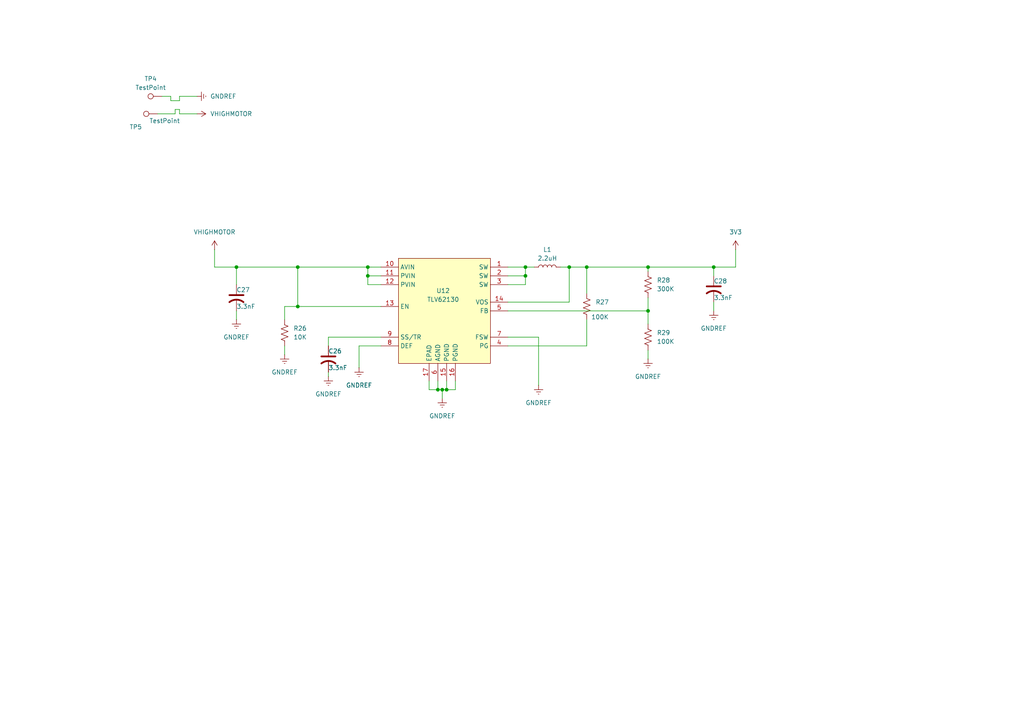
<source format=kicad_sch>
(kicad_sch (version 20250114) (generator "eeschema") (generator_version "9.0")
  (paper "A4")
  (lib_symbols
    (symbol "Connector:TestPoint" (pin_numbers (hide yes)) (pin_names (offset 0.762) (hide yes))
      (property "Reference" "TP" (at 0 6.858 0))
      (property "Value" "TestPoint" (at 0 5.08 0))
      (symbol "TestPoint_0_1"
        (circle (center 0 3.302) (radius 0.762))
      )
      (symbol "TestPoint_1_1"
        (pin passive line (at 0 0 90) (length 2.54) (name "1") (number "1"))
      )
    )
    (symbol "Device:C_US" (pin_numbers (hide yes)) (pin_names (offset 0.254) (hide yes))
      (property "Reference" "C" (at 0.635 2.54 0))
      (property "Value" "C_US" (at 0.635 -2.54 0))
      (symbol "C_US_0_1"
        (polyline (pts (xy -2.032 0.762) (xy 2.032 0.762)) (stroke (width 0.508)))
        (arc (start -2.032 -1.27) (mid 0 -0.5572) (end 2.032 -1.27) (stroke (width 0.508)))
      )
      (symbol "C_US_1_1"
        (pin passive line (at 0 3.81 270) (length 2.794) (name "~") (number "1"))
        (pin passive line (at 0 -3.81 90) (length 3.302) (name "~") (number "2"))
      )
    )
    (symbol "Device:L" (pin_numbers (hide yes)) (pin_names (offset 1.016) (hide yes))
      (property "Reference" "L" (at -1.27 0 90))
      (property "Value" "L" (at 1.905 0 90))
      (symbol "L_0_1"
        (arc (start 0 2.54) (mid 0.6323 1.905) (end 0 1.27))
        (arc (start 0 1.27) (mid 0.6323 0.635) (end 0 0))
        (arc (start 0 0) (mid 0.6323 -0.635) (end 0 -1.27))
        (arc (start 0 -1.27) (mid 0.6323 -1.905) (end 0 -2.54))
      )
      (symbol "L_1_1"
        (pin passive line (at 0 3.81 270) (length 1.27) (name "1") (number "1"))
        (pin passive line (at 0 -3.81 90) (length 1.27) (name "2") (number "2"))
      )
    )
    (symbol "Device:R_US" (pin_numbers (hide yes)) (pin_names (offset 0))
      (property "Reference" "R" (at 2.54 0 90))
      (property "Value" "R_US" (at -2.54 0 90))
      (symbol "R_US_0_1"
        (polyline (pts (xy 0 2.286) (xy 0 2.54)))
        (polyline (pts (xy 0 2.286) (xy 1.016 1.905) (xy 0 1.524) (xy -1.016 1.143) (xy 0 0.762)))
        (polyline (pts (xy 0 0.762) (xy 1.016 0.381) (xy 0 0) (xy -1.016 -0.381) (xy 0 -0.762)))
        (polyline (pts (xy 0 -0.762) (xy 1.016 -1.143) (xy 0 -1.524) (xy -1.016 -1.905) (xy 0 -2.286)))
        (polyline (pts (xy 0 -2.286) (xy 0 -2.54)))
      )
      (symbol "R_US_1_1"
        (pin passive line (at 0 3.81 270) (length 1.27) (name "~") (number "1"))
        (pin passive line (at 0 -3.81 90) (length 1.27) (name "~") (number "2"))
      )
    )
    (symbol "droneUltimate:TLV62130"
      (property "Reference" "U" (at 0 0 0))
      (property "Value" "TLV62130" (at 0 -2.54 0))
      (symbol "TLV62130_1_1"
        (rectangle (start -13.97 8.89) (end 12.7 -21.59) (fill (type background)))
        (pin input line (at -19.05 6.35 0) (length 5.08) (name "AVIN") (number "10"))
        (pin input line (at -19.05 3.81 0) (length 5.08) (name "PVIN") (number "11"))
        (pin input line (at -19.05 1.27 0) (length 5.08) (name "PVIN") (number "12"))
        (pin input line (at -19.05 -5.08 0) (length 5.08) (name "EN") (number "13"))
        (pin input line (at -19.05 -13.97 0) (length 5.08) (name "SS/TR") (number "9"))
        (pin input line (at -19.05 -16.51 0) (length 5.08) (name "DEF") (number "8"))
        (pin input line (at -5.08 -26.67 90) (length 5.08) (name "EPAD") (number "17"))
        (pin input line (at -2.54 -26.67 90) (length 5.08) (name "AGND") (number "6"))
        (pin input line (at 0 -26.67 90) (length 5.08) (name "PGND") (number "15"))
        (pin input line (at 2.54 -26.67 90) (length 5.08) (name "PGND") (number "16"))
        (pin input line (at 17.78 6.35 180) (length 5.08) (name "SW") (number "1"))
        (pin input line (at 17.78 3.81 180) (length 5.08) (name "SW") (number "2"))
        (pin input line (at 17.78 1.27 180) (length 5.08) (name "SW") (number "3"))
        (pin input line (at 17.78 -3.81 180) (length 5.08) (name "VOS") (number "14"))
        (pin input line (at 17.78 -6.35 180) (length 5.08) (name "FB") (number "5"))
        (pin input line (at 17.78 -13.97 180) (length 5.08) (name "FSW") (number "7"))
        (pin input line (at 17.78 -16.51 180) (length 5.08) (name "PG") (number "4"))
      )
    )
    (symbol "power:GNDREF" (power) (pin_numbers (hide yes)) (pin_names (offset 0) (hide yes))
      (property "Value" "GNDREF" (at 0 -3.81 0))
      (symbol "GNDREF_0_1"
        (polyline (pts (xy -0.635 -1.905) (xy 0.635 -1.905)))
        (polyline (pts (xy -0.127 -2.54) (xy 0.127 -2.54)))
        (polyline (pts (xy 0 -1.27) (xy 0 0)))
        (polyline (pts (xy 1.27 -1.27) (xy -1.27 -1.27)))
      )
      (symbol "GNDREF_1_1"
        (pin power_in line (at 0 0 270) (length 0) (name "~") (number "1"))
      )
    )
    (symbol "power:VCC" (power) (pin_numbers (hide yes)) (pin_names (offset 0) (hide yes))
      (property "Value" "VCC" (at 0 3.556 0))
      (symbol "VCC_0_1"
        (polyline (pts (xy -0.762 1.27) (xy 0 2.54)))
        (polyline (pts (xy 0 2.54) (xy 0.762 1.27)))
        (polyline (pts (xy 0 0) (xy 0 2.54)))
      )
      (symbol "VCC_1_1"
        (pin power_in line (at 0 0 90) (length 0) (name "~") (number "1"))
      )
    )
  )
  (junction (at 106.68 80.01))
  (junction (at 86.36 77.47))
  (junction (at 207.01 77.47))
  (junction (at 86.36 88.9))
  (junction (at 187.96 90.17))
  (junction (at 152.4 77.47))
  (junction (at 165.1 77.47))
  (junction (at 170.18 77.47))
  (junction (at 187.96 77.47))
  (junction (at 106.68 77.47))
  (junction (at 127 113.03))
  (junction (at 68.58 77.47))
  (junction (at 152.4 80.01))
  (junction (at 128.27 113.03))
  (junction (at 129.54 113.03))
  (wire (pts (xy 187.96 77.47) (xy 207.01 77.47)))
  (wire (pts (xy 106.68 80.01) (xy 106.68 82.55)))
  (wire (pts (xy 57.15 33.02) (xy 52.07 33.02)))
  (wire (pts (xy 128.27 113.03) (xy 129.54 113.03)))
  (wire (pts (xy 147.32 100.33) (xy 170.18 100.33)))
  (wire (pts (xy 152.4 80.01) (xy 152.4 77.47)))
  (wire (pts (xy 104.14 100.33) (xy 104.14 106.68)))
  (wire (pts (xy 104.14 100.33) (xy 110.49 100.33)))
  (wire (pts (xy 86.36 77.47) (xy 86.36 88.9)))
  (wire (pts (xy 52.07 27.94) (xy 52.07 29.21)))
  (wire (pts (xy 147.32 90.17) (xy 187.96 90.17)))
  (wire (pts (xy 127 110.49) (xy 127 113.03)))
  (wire (pts (xy 68.58 82.55) (xy 68.58 77.47)))
  (wire (pts (xy 86.36 88.9) (xy 110.49 88.9)))
  (wire (pts (xy 187.96 90.17) (xy 187.96 93.98)))
  (wire (pts (xy 49.53 27.94) (xy 49.53 29.21)))
  (wire (pts (xy 49.53 29.21) (xy 52.07 29.21)))
  (wire (pts (xy 187.96 101.6) (xy 187.96 104.14)))
  (wire (pts (xy 147.32 87.63) (xy 165.1 87.63)))
  (wire (pts (xy 50.8 33.02) (xy 50.8 31.75)))
  (wire (pts (xy 165.1 87.63) (xy 165.1 77.47)))
  (wire (pts (xy 213.36 77.47) (xy 207.01 77.47)))
  (wire (pts (xy 147.32 80.01) (xy 152.4 80.01)))
  (wire (pts (xy 86.36 77.47) (xy 106.68 77.47)))
  (wire (pts (xy 124.46 113.03) (xy 127 113.03)))
  (wire (pts (xy 152.4 77.47) (xy 147.32 77.47)))
  (wire (pts (xy 82.55 92.71) (xy 82.55 88.9)))
  (wire (pts (xy 156.21 97.79) (xy 156.21 111.76)))
  (wire (pts (xy 170.18 77.47) (xy 187.96 77.47)))
  (wire (pts (xy 68.58 90.17) (xy 68.58 92.71)))
  (wire (pts (xy 152.4 82.55) (xy 152.4 80.01)))
  (wire (pts (xy 165.1 77.47) (xy 162.56 77.47)))
  (wire (pts (xy 207.01 80.01) (xy 207.01 77.47)))
  (wire (pts (xy 129.54 113.03) (xy 132.08 113.03)))
  (wire (pts (xy 95.25 107.95) (xy 95.25 109.22)))
  (wire (pts (xy 82.55 100.33) (xy 82.55 102.87)))
  (wire (pts (xy 124.46 110.49) (xy 124.46 113.03)))
  (wire (pts (xy 46.99 27.94) (xy 49.53 27.94)))
  (wire (pts (xy 147.32 97.79) (xy 156.21 97.79)))
  (wire (pts (xy 127 113.03) (xy 128.27 113.03)))
  (wire (pts (xy 106.68 77.47) (xy 106.68 80.01)))
  (wire (pts (xy 187.96 78.74) (xy 187.96 77.47)))
  (wire (pts (xy 110.49 82.55) (xy 106.68 82.55)))
  (wire (pts (xy 152.4 77.47) (xy 154.94 77.47)))
  (wire (pts (xy 207.01 87.63) (xy 207.01 90.17)))
  (wire (pts (xy 129.54 110.49) (xy 129.54 113.03)))
  (wire (pts (xy 132.08 113.03) (xy 132.08 110.49)))
  (wire (pts (xy 62.23 72.39) (xy 62.23 77.47)))
  (wire (pts (xy 50.8 31.75) (xy 52.07 31.75)))
  (wire (pts (xy 106.68 77.47) (xy 110.49 77.47)))
  (wire (pts (xy 128.27 115.57) (xy 128.27 113.03)))
  (wire (pts (xy 213.36 72.39) (xy 213.36 77.47)))
  (wire (pts (xy 187.96 86.36) (xy 187.96 90.17)))
  (wire (pts (xy 170.18 77.47) (xy 165.1 77.47)))
  (wire (pts (xy 57.15 27.94) (xy 52.07 27.94)))
  (wire (pts (xy 68.58 77.47) (xy 86.36 77.47)))
  (wire (pts (xy 95.25 97.79) (xy 110.49 97.79)))
  (wire (pts (xy 62.23 77.47) (xy 68.58 77.47)))
  (wire (pts (xy 52.07 33.02) (xy 52.07 31.75)))
  (wire (pts (xy 110.49 80.01) (xy 106.68 80.01)))
  (wire (pts (xy 147.32 82.55) (xy 152.4 82.55)))
  (wire (pts (xy 170.18 92.71) (xy 170.18 100.33)))
  (wire (pts (xy 82.55 88.9) (xy 86.36 88.9)))
  (wire (pts (xy 45.72 33.02) (xy 50.8 33.02)))
  (wire (pts (xy 95.25 100.33) (xy 95.25 97.79)))
  (wire (pts (xy 170.18 77.47) (xy 170.18 85.09)))
  (symbol (lib_id "power:GNDREF") (at 82.55 102.87 0) (unit 1)
    (property "Reference" "#PWR048" (effects (hide yes)))
    (property "Value" "GNDREF" (at 82.55 107.95 0))
    (property "Description" "Power symbol creates a global label with name \"GNDREF\" , reference supply ground" (effects (hide yes)))
  )
  (symbol (lib_id "power:GNDREF") (at 95.25 109.22 0) (unit 1)
    (property "Reference" "#PWR046" (effects (hide yes)))
    (property "Value" "GNDREF" (at 95.25 114.3 0))
    (property "Description" "Power symbol creates a global label with name \"GNDREF\" , reference supply ground" (effects (hide yes)))
  )
  (symbol (lib_id "Device:R_US") (at 170.18 88.9 0) (unit 1)
    (property "Reference" "R27" (at 172.72 87.6299 0) (effects (justify left)))
    (property "Value" "100K" (at 171.45 91.948 0) (effects (justify left)))
    (property "Footprint" "Resistor_SMD:R_0402_1005Metric" (effects (hide yes)))
    (property "Description" "Resistor, US symbol" (effects (hide yes)))
    (property "LCSC Part #" "C60491" (effects (hide yes)))
  )
  (symbol (lib_id "power:GNDREF") (at 128.27 115.57 0) (unit 1)
    (property "Reference" "#PWR042" (effects (hide yes)))
    (property "Value" "GNDREF" (at 128.27 120.65 0))
    (property "Description" "Power symbol creates a global label with name \"GNDREF\" , reference supply ground" (effects (hide yes)))
  )
  (symbol (lib_id "Device:L") (at 158.75 77.47 90) (unit 1)
    (property "Reference" "L1" (at 158.75 72.39 90))
    (property "Value" "2.2uH" (at 158.75 74.93 90))
    (property "Footprint" "Inductor_SMD:L_0603_1608Metric" (effects (hide yes)))
    (property "Description" "Inductor" (effects (hide yes)))
    (property "LCSC Part #" "C383369" (effects (hide yes)))
  )
  (symbol (lib_id "Connector:TestPoint") (at 46.99 27.94 90) (unit 1)
    (property "Reference" "TP4" (at 43.688 22.86 90))
    (property "Value" "TestPoint" (at 43.688 25.4 90))
    (property "Footprint" "MountingHole:MountingHole_2.5mm_Pad_TopBottom" (effects (hide yes)))
    (property "Description" "test point" (effects (hide yes)))
  )
  (symbol (lib_id "Device:C_US") (at 207.01 83.82 0) (unit 1)
    (property "Reference" "C28" (at 207.01 81.534 0) (effects (justify left)))
    (property "Value" "3.3nF" (at 207.01 86.36 0) (effects (justify left)))
    (property "Footprint" "Capacitor_SMD:C_0603_1608Metric" (effects (hide yes)))
    (property "Description" "capacitor, US symbol" (effects (hide yes)))
    (property "LCSC Part #" "C77036" (effects (hide yes)))
  )
  (symbol (lib_id "power:GNDREF") (at 187.96 104.14 0) (unit 1)
    (property "Reference" "#PWR052" (effects (hide yes)))
    (property "Value" "GNDREF" (at 187.96 109.22 0))
    (property "Description" "Power symbol creates a global label with name \"GNDREF\" , reference supply ground" (effects (hide yes)))
  )
  (symbol (lib_id "power:VCC") (at 62.23 72.39 0) (unit 1)
    (property "Reference" "#PWR050" (effects (hide yes)))
    (property "Value" "VHIGHMOTOR" (at 62.23 67.31 0))
    (property "Description" "Power symbol creates a global label with name \"VCC\"" (effects (hide yes)))
  )
  (symbol (lib_id "power:GNDREF") (at 156.21 111.76 0) (unit 1)
    (property "Reference" "#PWR051" (effects (hide yes)))
    (property "Value" "GNDREF" (at 156.21 116.84 0))
    (property "Description" "Power symbol creates a global label with name \"GNDREF\" , reference supply ground" (effects (hide yes)))
  )
  (symbol (lib_id "power:GNDREF") (at 104.14 106.68 0) (unit 1)
    (property "Reference" "#PWR047" (effects (hide yes)))
    (property "Value" "GNDREF" (at 104.14 111.76 0))
    (property "Description" "Power symbol creates a global label with name \"GNDREF\" , reference supply ground" (effects (hide yes)))
  )
  (symbol (lib_id "Device:R_US") (at 187.96 82.55 0) (unit 1)
    (property "Reference" "R28" (at 190.5 81.2799 0) (effects (justify left)))
    (property "Value" "300K" (at 190.5 83.8199 0) (effects (justify left)))
    (property "Footprint" "Resistor_SMD:R_0402_1005Metric" (effects (hide yes)))
    (property "Description" "Resistor, US symbol" (effects (hide yes)))
    (property "LCSC Part #" "C138011" (effects (hide yes)))
  )
  (symbol (lib_id "Device:C_US") (at 68.58 86.36 0) (unit 1)
    (property "Reference" "C27" (at 68.58 84.074 0) (effects (justify left)))
    (property "Value" "3.3nF" (at 68.58 88.9 0) (effects (justify left)))
    (property "Footprint" "Capacitor_SMD:C_0603_1608Metric" (effects (hide yes)))
    (property "Description" "capacitor, US symbol" (effects (hide yes)))
    (property "LCSC Part #" "C77036" (effects (hide yes)))
  )
  (symbol (lib_id "Device:C_US") (at 95.25 104.14 0) (unit 1)
    (property "Reference" "C26" (at 95.25 101.854 0) (effects (justify left)))
    (property "Value" "3.3nF" (at 95.25 106.68 0) (effects (justify left)))
    (property "Footprint" "Capacitor_SMD:C_0603_1608Metric" (effects (hide yes)))
    (property "Description" "capacitor, US symbol" (effects (hide yes)))
    (property "LCSC Part #" "C77036" (effects (hide yes)))
  )
  (symbol (lib_id "power:GNDREF") (at 57.15 27.94 90) (unit 1)
    (property "Reference" "#PWR058" (effects (hide yes)))
    (property "Value" "GNDREF" (at 60.96 27.9399 90) (effects (justify right)))
    (property "Description" "Power symbol creates a global label with name \"GNDREF\" , reference supply ground" (effects (hide yes)))
  )
  (symbol (lib_id "power:VCC") (at 213.36 72.39 0) (unit 1)
    (property "Reference" "#PWR054" (effects (hide yes)))
    (property "Value" "3V3" (at 213.36 67.31 0))
    (property "Description" "Power symbol creates a global label with name \"VCC\"" (effects (hide yes)))
  )
  (symbol (lib_id "Connector:TestPoint") (at 45.72 33.02 90) (unit 1)
    (property "Reference" "TP5" (at 39.37 36.83 90))
    (property "Value" "TestPoint" (at 47.752 35.052 90))
    (property "Footprint" "MountingHole:MountingHole_2.5mm_Pad_TopBottom" (effects (hide yes)))
    (property "Description" "test point" (effects (hide yes)))
  )
  (symbol (lib_id "power:VCC") (at 57.15 33.02 270) (unit 1)
    (property "Reference" "#PWR055" (effects (hide yes)))
    (property "Value" "VHIGHMOTOR" (at 60.96 33.0199 90) (effects (justify left)))
    (property "Description" "Power symbol creates a global label with name \"VCC\"" (effects (hide yes)))
  )
  (symbol (lib_id "Device:R_US") (at 82.55 96.52 0) (unit 1)
    (property "Reference" "R26" (at 85.09 95.2499 0) (effects (justify left)))
    (property "Value" "10K" (at 85.09 97.7899 0) (effects (justify left)))
    (property "Footprint" "Resistor_SMD:R_0402_1005Metric" (effects (hide yes)))
    (property "Description" "Resistor, US symbol" (effects (hide yes)))
    (property "LCSC Part #" "C60490" (effects (hide yes)))
  )
  (symbol (lib_id "droneUltimate:TLV62130") (at 129.54 83.82 0) (unit 1)
    (property "Reference" "U12" (at 128.524 84.328 0))
    (property "Value" "TLV62130" (at 128.524 86.868 0))
    (property "Footprint" "footprints:QFN-16_L3.0-W3.0-P0.50-TL-EP" (effects (hide yes)))
    (property "LCSC Part #" "C122479" (effects (hide yes)))
  )
  (symbol (lib_id "power:GNDREF") (at 68.58 92.71 0) (unit 1)
    (property "Reference" "#PWR049" (effects (hide yes)))
    (property "Value" "GNDREF" (at 68.58 97.79 0))
    (property "Description" "Power symbol creates a global label with name \"GNDREF\" , reference supply ground" (effects (hide yes)))
  )
  (symbol (lib_id "power:GNDREF") (at 207.01 90.17 0) (unit 1)
    (property "Reference" "#PWR053" (effects (hide yes)))
    (property "Value" "GNDREF" (at 207.01 95.25 0))
    (property "Description" "Power symbol creates a global label with name \"GNDREF\" , reference supply ground" (effects (hide yes)))
  )
  (symbol (lib_id "Device:R_US") (at 187.96 97.79 0) (unit 1)
    (property "Reference" "R29" (at 190.5 96.5199 0) (effects (justify left)))
    (property "Value" "100K" (at 190.5 99.0599 0) (effects (justify left)))
    (property "Footprint" "Resistor_SMD:R_0402_1005Metric" (effects (hide yes)))
    (property "Description" "Resistor, US symbol" (effects (hide yes)))
    (property "LCSC Part #" "C60491" (effects (hide yes)))
  )
)
</source>
